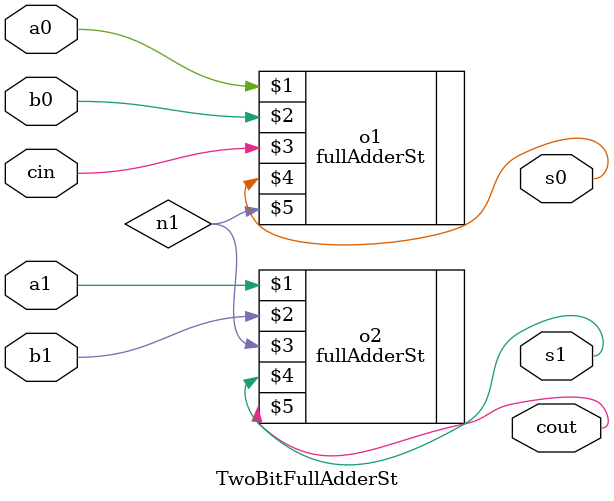
<source format=sv>
`timescale 1ns / 1ps


module TwoBitFullAdderSt(input logic a0,b0,a1,b1,cin, output logic s0,s1,cout

    );
    logic n1;
    fullAdderSt o1(a0,b0,cin,s0,n1);
    fullAdderSt o2(a1,b1,n1,s1,cout);
endmodule

</source>
